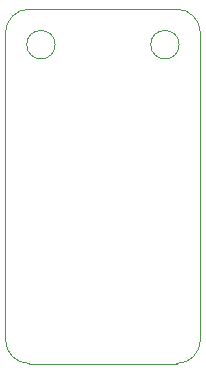
<source format=gm1>
G04*
G04 #@! TF.GenerationSoftware,Altium Limited,Altium Designer,22.8.2 (66)*
G04*
G04 Layer_Color=16711935*
%FSLAX44Y44*%
%MOMM*%
G71*
G04*
G04 #@! TF.SameCoordinates,461F48FB-66DF-4060-B8FC-CAE3B283AE13*
G04*
G04*
G04 #@! TF.FilePolarity,Positive*
G04*
G01*
G75*
%ADD26C,0.1000*%
D26*
X500Y20500D02*
G03*
X20500Y500I20000J0D01*
G01*
Y300500D02*
G03*
X500Y280500I0J-20000D01*
G01*
X165500D02*
G03*
X145500Y300500I-20000J0D01*
G01*
Y500D02*
G03*
X165500Y20500I0J20000D01*
G01*
X147500Y270500D02*
G03*
X147500Y270500I-12000J0D01*
G01*
X42500D02*
G03*
X42500Y270500I-12000J0D01*
G01*
X500Y20500D02*
Y280500D01*
X20500Y300500D02*
X145500D01*
X165500Y20500D02*
Y280500D01*
X20500Y500D02*
X145500D01*
M02*

</source>
